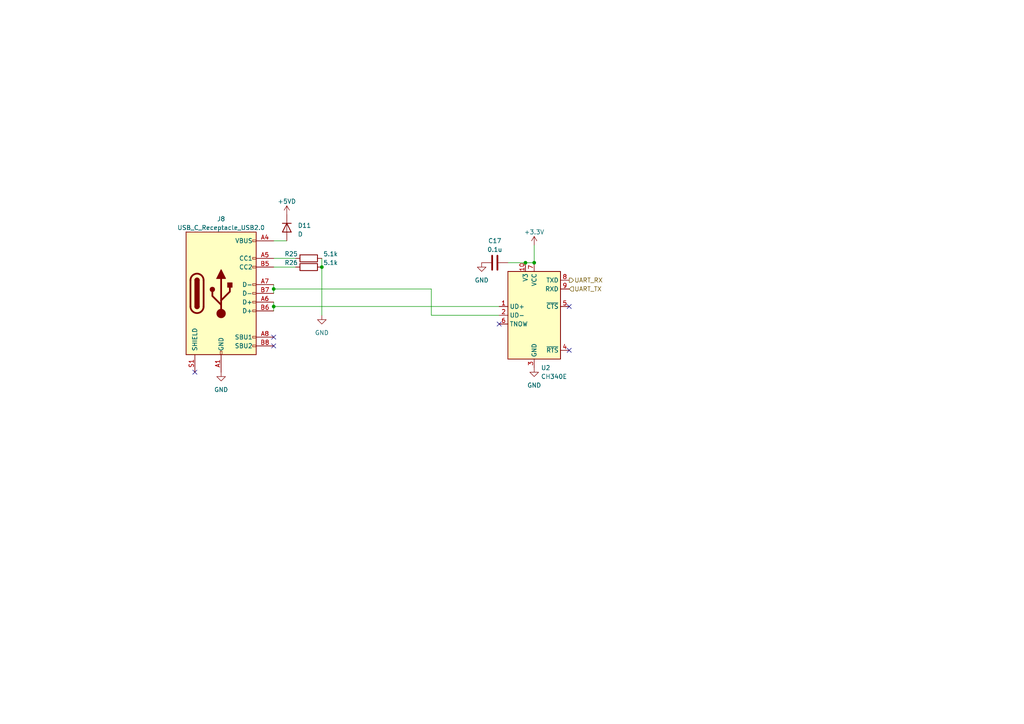
<source format=kicad_sch>
(kicad_sch (version 20231120) (generator "eeschema") (generator_version "8.0")
  (paper "A4")
  (lib_symbols
    (symbol "Connector:USB_C_Receptacle_USB2.0" (pin_names (offset 1.016))
      (property "Reference" "J" (at -10.16 19.05 0))
      (property "Value" "USB_C_Receptacle_USB2.0" (at 19.05 19.05 0))
      (symbol "USB_C_Receptacle_USB2.0_0_0"
        (rectangle (start -0.254 -17.78) (end 0.254 -16.764))
        (rectangle (start 10.16 -14.986) (end 9.144 -15.494))
        (rectangle (start 10.16 -12.446) (end 9.144 -12.954))
        (rectangle (start 10.16 -4.826) (end 9.144 -5.334))
        (rectangle (start 10.16 -2.286) (end 9.144 -2.794))
        (rectangle (start 10.16 0.254) (end 9.144 -0.254))
        (rectangle (start 10.16 2.794) (end 9.144 2.286))
        (rectangle (start 10.16 7.874) (end 9.144 7.366))
        (rectangle (start 10.16 10.414) (end 9.144 9.906))
        (rectangle (start 10.16 15.494) (end 9.144 14.986))
      )
      (symbol "USB_C_Receptacle_USB2.0_0_1"
        (rectangle (start -10.16 17.78) (end 10.16 -17.78) (stroke (width 0.254)) (fill (type background)))
        (arc (start -8.89 -3.81) (mid -6.985 -5.7067) (end -5.08 -3.81) (stroke (width 0.508)))
        (arc (start -7.62 -3.81) (mid -6.985 -4.4423) (end -6.35 -3.81) (stroke (width 0.254)))
        (arc (start -7.62 -3.81) (mid -6.985 -4.4423) (end -6.35 -3.81) (stroke (width 0.254)) (fill (type outline)))
        (rectangle (start -7.62 -3.81) (end -6.35 3.81) (stroke (width 0.254)) (fill (type outline)))
        (arc (start -6.35 3.81) (mid -6.985 4.4423) (end -7.62 3.81) (stroke (width 0.254)))
        (arc (start -6.35 3.81) (mid -6.985 4.4423) (end -7.62 3.81) (stroke (width 0.254)) (fill (type outline)))
        (arc (start -5.08 3.81) (mid -6.985 5.7067) (end -8.89 3.81) (stroke (width 0.508)))
        (circle (center -2.54 1.143) (radius 0.635) (stroke (width 0.254)) (fill (type outline)))
        (circle (center 0 -5.842) (radius 1.27) (fill (type outline)))
        (polyline (pts (xy -8.89 -3.81) (xy -8.89 3.81)) (stroke (width 0.508)))
        (polyline (pts (xy -5.08 3.81) (xy -5.08 -3.81)) (stroke (width 0.508)))
        (polyline (pts (xy 0 -5.842) (xy 0 4.318)) (stroke (width 0.508)))
        (polyline (pts (xy 0 -3.302) (xy -2.54 -0.762) (xy -2.54 0.508)) (stroke (width 0.508)))
        (polyline (pts (xy 0 -2.032) (xy 2.54 0.508) (xy 2.54 1.778)) (stroke (width 0.508)))
        (polyline (pts (xy -1.27 4.318) (xy 0 6.858) (xy 1.27 4.318) (xy -1.27 4.318)) (stroke (width 0.254)) (fill (type outline)))
        (rectangle (start 1.905 1.778) (end 3.175 3.048) (stroke (width 0.254)) (fill (type outline)))
      )
      (symbol "USB_C_Receptacle_USB2.0_1_1"
        (pin passive line (at 0 -22.86 90) (length 5.08) (name "GND") (number "A1"))
        (pin passive line (at 0 -22.86 90) (length 5.08) hide (name "GND") (number "A12"))
        (pin passive line (at 15.24 15.24 180) (length 5.08) (name "VBUS") (number "A4"))
        (pin bidirectional line (at 15.24 10.16 180) (length 5.08) (name "CC1") (number "A5"))
        (pin bidirectional line (at 15.24 -2.54 180) (length 5.08) (name "D+") (number "A6"))
        (pin bidirectional line (at 15.24 2.54 180) (length 5.08) (name "D-") (number "A7"))
        (pin bidirectional line (at 15.24 -12.7 180) (length 5.08) (name "SBU1") (number "A8"))
        (pin passive line (at 15.24 15.24 180) (length 5.08) hide (name "VBUS") (number "A9"))
        (pin passive line (at 0 -22.86 90) (length 5.08) hide (name "GND") (number "B1"))
        (pin passive line (at 0 -22.86 90) (length 5.08) hide (name "GND") (number "B12"))
        (pin passive line (at 15.24 15.24 180) (length 5.08) hide (name "VBUS") (number "B4"))
        (pin bidirectional line (at 15.24 7.62 180) (length 5.08) (name "CC2") (number "B5"))
        (pin bidirectional line (at 15.24 -5.08 180) (length 5.08) (name "D+") (number "B6"))
        (pin bidirectional line (at 15.24 0 180) (length 5.08) (name "D-") (number "B7"))
        (pin bidirectional line (at 15.24 -15.24 180) (length 5.08) (name "SBU2") (number "B8"))
        (pin passive line (at 15.24 15.24 180) (length 5.08) hide (name "VBUS") (number "B9"))
        (pin passive line (at -7.62 -22.86 90) (length 5.08) (name "SHIELD") (number "S1"))
      )
    )
    (symbol "Device:C" (pin_numbers hide) (pin_names (offset 0.254))
      (property "Reference" "C" (at 0.635 2.54 0))
      (property "Value" "C" (at 0.635 -2.54 0))
      (symbol "C_0_1"
        (polyline (pts (xy -2.032 -0.762) (xy 2.032 -0.762)) (stroke (width 0.508)))
        (polyline (pts (xy -2.032 0.762) (xy 2.032 0.762)) (stroke (width 0.508)))
      )
      (symbol "C_1_1"
        (pin passive line (at 0 3.81 270) (length 2.794) (name "~") (number "1"))
        (pin passive line (at 0 -3.81 90) (length 2.794) (name "~") (number "2"))
      )
    )
    (symbol "Device:D" (pin_numbers hide) (pin_names (offset 1.016) hide)
      (property "Reference" "D" (at 0 2.54 0))
      (property "Value" "D" (at 0 -2.54 0))
      (symbol "D_0_1"
        (polyline (pts (xy -1.27 1.27) (xy -1.27 -1.27)) (stroke (width 0.254)))
        (polyline (pts (xy 1.27 0) (xy -1.27 0)))
        (polyline (pts (xy 1.27 1.27) (xy 1.27 -1.27) (xy -1.27 0) (xy 1.27 1.27)) (stroke (width 0.254)))
      )
      (symbol "D_1_1"
        (pin passive line (at -3.81 0 0) (length 2.54) (name "K") (number "1"))
        (pin passive line (at 3.81 0 180) (length 2.54) (name "A") (number "2"))
      )
    )
    (symbol "Device:R" (pin_numbers hide) (pin_names (offset 0))
      (property "Reference" "R" (at 2.032 0 90))
      (property "Value" "R" (at 0 0 90))
      (symbol "R_0_1"
        (rectangle (start -1.016 -2.54) (end 1.016 2.54) (stroke (width 0.254)))
      )
      (symbol "R_1_1"
        (pin passive line (at 0 3.81 270) (length 1.27) (name "~") (number "1"))
        (pin passive line (at 0 -3.81 90) (length 1.27) (name "~") (number "2"))
      )
    )
    (symbol "Interface_USB:CH340E"
      (property "Reference" "U" (at -5.08 13.97 0))
      (property "Value" "CH340E" (at 1.27 13.97 0))
      (symbol "CH340E_0_1"
        (rectangle (start -7.62 12.7) (end 7.62 -12.7) (stroke (width 0.254)) (fill (type background)))
      )
      (symbol "CH340E_1_1"
        (pin bidirectional line (at -10.16 2.54 0) (length 2.54) (name "UD+") (number "1"))
        (pin passive line (at -2.54 15.24 270) (length 2.54) (name "V3") (number "10"))
        (pin bidirectional line (at -10.16 0 0) (length 2.54) (name "UD-") (number "2"))
        (pin power_in line (at 0 -15.24 90) (length 2.54) (name "GND") (number "3"))
        (pin output line (at 10.16 -10.16 180) (length 2.54) (name "~{RTS}") (number "4"))
        (pin input line (at 10.16 2.54 180) (length 2.54) (name "~{CTS}") (number "5"))
        (pin output line (at -10.16 -2.54 0) (length 2.54) (name "TNOW") (number "6"))
        (pin power_in line (at 0 15.24 270) (length 2.54) (name "VCC") (number "7"))
        (pin output line (at 10.16 10.16 180) (length 2.54) (name "TXD") (number "8"))
        (pin input line (at 10.16 7.62 180) (length 2.54) (name "RXD") (number "9"))
      )
    )
    (symbol "power:+3.3V" (power) (pin_names (offset 0))
      (property "Value" "+3.3V" (at 0 3.556 0))
      (symbol "+3.3V_0_1"
        (polyline (pts (xy -0.762 1.27) (xy 0 2.54)))
        (polyline (pts (xy 0 0) (xy 0 2.54)))
        (polyline (pts (xy 0 2.54) (xy 0.762 1.27)))
      )
      (symbol "+3.3V_1_1"
        (pin power_in line (at 0 0 90) (length 0) hide (name "+3.3V") (number "1"))
      )
    )
    (symbol "power:+5VD" (power) (pin_names (offset 0))
      (property "Value" "+5VD" (at 0 3.556 0))
      (symbol "+5VD_0_1"
        (polyline (pts (xy -0.762 1.27) (xy 0 2.54)))
        (polyline (pts (xy 0 0) (xy 0 2.54)))
        (polyline (pts (xy 0 2.54) (xy 0.762 1.27)))
      )
      (symbol "+5VD_1_1"
        (pin power_in line (at 0 0 90) (length 0) hide (name "+5VD") (number "1"))
      )
    )
    (symbol "power:GND" (power) (pin_names (offset 0))
      (property "Value" "GND" (at 0 -3.81 0))
      (symbol "GND_0_1"
        (polyline (pts (xy 0 0) (xy 0 -1.27) (xy 1.27 -1.27) (xy 0 -2.54) (xy -1.27 -1.27) (xy 0 -1.27)))
      )
      (symbol "GND_1_1"
        (pin power_in line (at 0 0 270) (length 0) hide (name "GND") (number "1"))
      )
    )
  )
  (junction (at 79.375 83.82))
  (junction (at 93.345 77.47))
  (junction (at 154.94 76.2))
  (junction (at 79.375 88.9))
  (junction (at 152.4 76.2))
  (no_connect (at 144.78 93.98))
  (no_connect (at 165.1 88.9))
  (no_connect (at 56.515 107.95))
  (no_connect (at 79.375 100.33))
  (no_connect (at 79.375 97.79))
  (no_connect (at 165.1 101.6))
  (wire (pts (xy 79.375 87.63) (xy 79.375 88.9)))
  (wire (pts (xy 147.32 76.2) (xy 152.4 76.2)))
  (wire (pts (xy 83.185 69.85) (xy 79.375 69.85)))
  (wire (pts (xy 79.375 77.47) (xy 85.725 77.47)))
  (wire (pts (xy 79.375 83.82) (xy 125.095 83.82)))
  (wire (pts (xy 125.095 83.82) (xy 125.095 91.44)))
  (wire (pts (xy 79.375 88.9) (xy 144.78 88.9)))
  (wire (pts (xy 79.375 83.82) (xy 79.375 85.09)))
  (wire (pts (xy 152.4 76.2) (xy 154.94 76.2)))
  (wire (pts (xy 79.375 88.9) (xy 79.375 90.17)))
  (wire (pts (xy 93.345 77.47) (xy 93.345 91.44)))
  (wire (pts (xy 125.095 91.44) (xy 144.78 91.44)))
  (wire (pts (xy 79.375 74.93) (xy 85.725 74.93)))
  (wire (pts (xy 79.375 82.55) (xy 79.375 83.82)))
  (wire (pts (xy 154.94 71.12) (xy 154.94 76.2)))
  (wire (pts (xy 93.345 74.93) (xy 93.345 77.47)))
  (hierarchical_label "UART_TX" (shape input) (at 165.1 83.82 0))
  (hierarchical_label "UART_RX" (shape output) (at 165.1 81.28 0))
  (symbol (lib_id "power:GND") (at 154.94 106.68 0) (unit 1)
    (property "Reference" "#PWR031" (effects (hide yes)))
    (property "Value" "GND" (at 154.94 111.76 0))
    (instances (project "sMDU" (path "" (reference "#PWR031") (unit 1)) (path "" (reference "#PWR074") (unit 1))) (project "ぱわこ" (path "" (reference "#PWR075") (unit 1))))
  )
  (symbol (lib_id "power:GND") (at 93.345 91.44 0) (unit 1)
    (property "Reference" "#PWR072" (effects (hide yes)))
    (property "Value" "GND" (at 93.345 96.52 0))
    (instances (project "ぱわこ" (path "" (reference "#PWR072") (unit 1))) (project "ロボマス制御" (path "" (reference "#PWR010") (unit 1))))
  )
  (symbol (lib_id "power:+3.3V") (at 154.94 71.12 0) (unit 1)
    (property "Reference" "#PWR032" (effects (hide yes)))
    (property "Value" "+3.3V" (at 154.94 67.31 0))
    (instances (project "sMDU" (path "" (reference "#PWR032") (unit 1)) (path "" (reference "#PWR073") (unit 1))) (project "ぱわこ" (path "" (reference "#PWR074") (unit 1))))
  )
  (symbol (lib_id "Device:R") (at 89.535 77.47 90) (unit 1)
    (property "Reference" "R26" (at 84.455 76.2 90))
    (property "Value" "5.1k" (at 95.885 76.2 90))
    (property "Footprint" "Resistor_SMD:R_0603_1608Metric_Pad0.98x0.95mm_HandSolder" (effects (hide yes)))
    (instances (project "ぱわこ" (path "" (reference "R26") (unit 1))) (project "ロボマス制御" (path "" (reference "R3") (unit 1))))
  )
  (symbol (lib_id "Interface_USB:CH340E") (at 154.94 91.44 0) (unit 1)
    (property "Reference" "U2" (at 156.8959 106.68 0) (effects (justify left)))
    (property "Value" "CH340E" (at 156.8959 109.22 0) (effects (justify left)))
    (property "Footprint" "Package_SO:MSOP-10_3x3mm_P0.5mm" (effects (hide yes)))
    (property "Datasheet" "https://www.mpja.com/download/35227cpdata.pdf" (effects (hide yes)))
    (property "LCSC" "C99652" (effects (hide yes)))
    (instances (project "sMDU" (path "" (reference "U2") (unit 1)) (path "" (reference "U12") (unit 1))) (project "ぱわこ" (path "" (reference "U7") (unit 1))))
  )
  (symbol (lib_id "power:GND") (at 64.135 107.95 0) (unit 1)
    (property "Reference" "#PWR070" (effects (hide yes)))
    (property "Value" "GND" (at 64.135 113.03 0))
    (instances (project "ぱわこ" (path "" (reference "#PWR070") (unit 1))) (project "ロボマス制御" (path "" (reference "#PWR03") (unit 1))))
  )
  (symbol (lib_id "power:GND") (at 139.7 76.2 0) (unit 1)
    (property "Reference" "#PWR033" (effects (hide yes)))
    (property "Value" "GND" (at 139.7 81.28 0))
    (instances (project "sMDU" (path "" (reference "#PWR033") (unit 1)) (path "" (reference "#PWR072") (unit 1))) (project "ぱわこ" (path "" (reference "#PWR073") (unit 1))))
  )
  (symbol (lib_id "power:+5VD") (at 83.185 62.23 0) (unit 1)
    (property "Reference" "#PWR071" (effects (hide yes)))
    (property "Value" "+5VD" (at 83.185 58.42 0))
  )
  (symbol (lib_id "Device:D") (at 83.185 66.04 270) (unit 1)
    (property "Reference" "D11" (at 86.36 65.405 90) (effects (justify left)))
    (property "Value" "D" (at 86.36 67.945 90) (effects (justify left)))
    (property "Footprint" "Diode_SMD:D_SOD-123" (effects (hide yes)))
    (property "Sim.Device" "D" (effects (hide yes)))
    (property "Sim.Pins" "1=K 2=A" (effects (hide yes)))
    (instances (project "ぱわこ" (path "" (reference "D11") (unit 1))) (project "ロボマス制御" (path "" (reference "D1") (unit 1))))
  )
  (symbol (lib_id "Device:R") (at 89.535 74.93 90) (unit 1)
    (property "Reference" "R25" (at 84.455 73.66 90))
    (property "Value" "5.1k" (at 95.885 73.66 90))
    (property "Footprint" "Resistor_SMD:R_0603_1608Metric_Pad0.98x0.95mm_HandSolder" (effects (hide yes)))
    (instances (project "ぱわこ" (path "" (reference "R25") (unit 1))) (project "ロボマス制御" (path "" (reference "R2") (unit 1))))
  )
  (symbol (lib_id "Connector:USB_C_Receptacle_USB2.0") (at 64.135 85.09 0) (unit 1)
    (property "Reference" "J8" (at 64.135 63.5 0))
    (property "Value" "USB_C_Receptacle_USB2.0" (at 64.135 66.04 0))
    (property "Footprint" "Connector_USB:USB_C_Receptacle_GCT_USB4105-xx-A_16P_TopMnt_Horizontal" (effects (hide yes)))
    (property "Datasheet" "https://www.usb.org/sites/default/files/documents/usb_type-c.zip" (effects (hide yes)))
    (instances (project "ぱわこ" (path "" (reference "J8") (unit 1))) (project "ロボマス制御" (path "" (reference "J1") (unit 1))))
  )
  (symbol (lib_id "Device:C") (at 143.51 76.2 90) (unit 1)
    (property "Reference" "C17" (at 143.51 69.85 90))
    (property "Value" "0.1u" (at 143.51 72.39 90))
    (property "Footprint" "Capacitor_SMD:C_0603_1608Metric_Pad1.08x0.95mm_HandSolder" (effects (hide yes)))
    (property "LCSC" "C14663" (effects (hide yes)))
    (instances (project "sMDU" (path "" (reference "C17") (unit 1)) (path "" (reference "C25") (unit 1))) (project "ぱわこ" (path "" (reference "C21") (unit 1))))
  )
)
</source>
